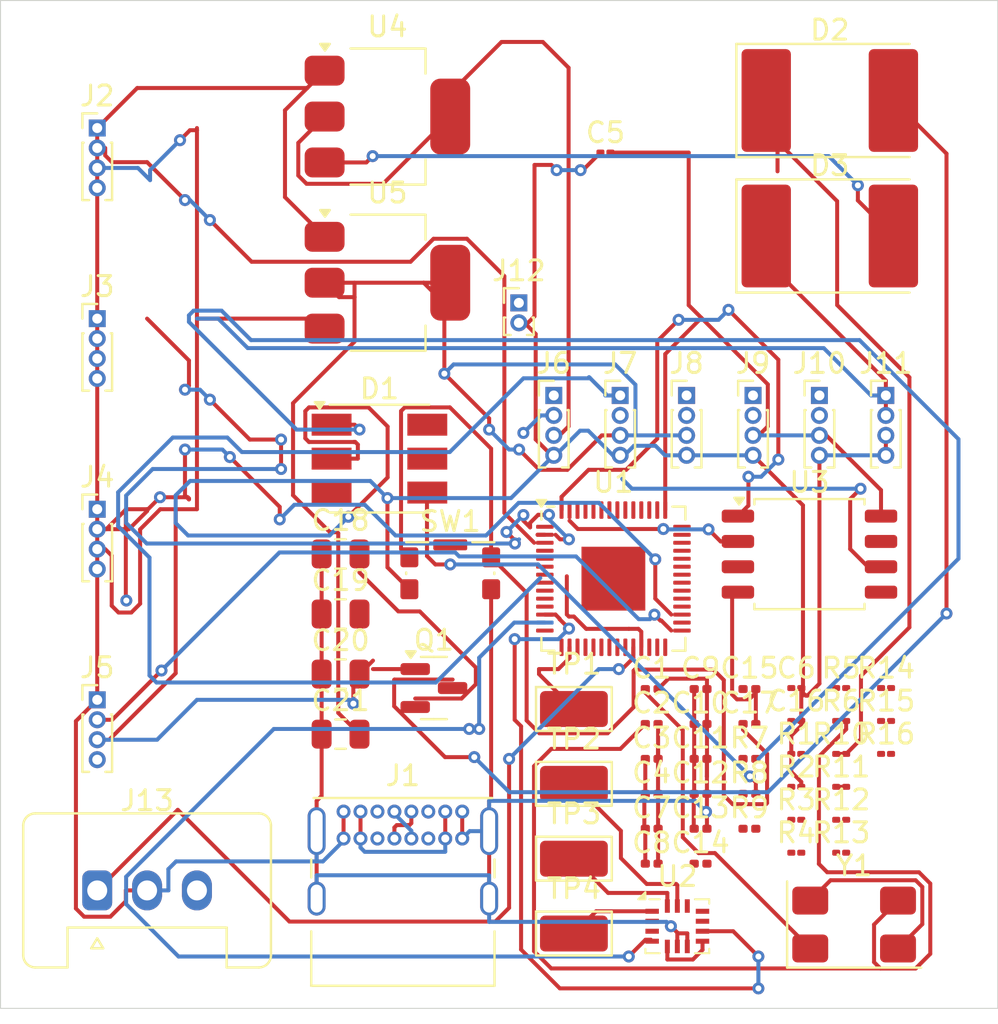
<source format=kicad_pcb>
(kicad_pcb (version 20241229) (generator "pcbnew") (generator_version "9.0")
  (layers (0 "F.Cu" signal) (2 "B.Cu" signal) (13 "F.Paste" user) (15 "B.Paste" user) (5 "F.SilkS" user "F.Silkscreen") (7 "B.SilkS" user "B.Silkscreen") (1 "F.Mask" user) (3 "B.Mask" user) (25 "Edge.Cuts" user))
  (net 0 "")
  (net 1 "GND")
  (net 2 "Net-(U1-XIN)")
  (net 3 "Net-(C2-Pad1)")
  (net 4 "+3.3V")
  (net 5 "+1V1")
  (net 6 "USB_BOOT")
  (net 7 "Net-(D3A-K)")
  (net 8 "VBAT")
  (net 9 "+5V")
  (net 10 "Net-(D1-GK)")
  (net 11 "Net-(D1-RK)")
  (net 12 "Net-(D1-BK)")
  (net 13 "VBUS")
  (net 14 "Net-(D2A-K)")
  (net 15 "USB-")
  (net 16 "Net-(J1-CC2)")
  (net 17 "USB+")
  (net 18 "Net-(J1-CC1)")
  (net 19 "M1")
  (net 20 "M2")
  (net 21 "M3")
  (net 22 "M4")
  (net 23 "SCL1")
  (net 24 "SDA1")
  (net 25 "TX1")
  (net 26 "RX1")
  (net 27 "PIO_TX2")
  (net 28 "PIO_RX2")
  (net 29 "GPIO22")
  (net 30 "GPIO23")
  (net 31 "GPIO24")
  (net 32 "GPIO25")
  (net 33 "RESET")
  (net 34 "SWCLK")
  (net 35 "SWD")
  (net 36 "Net-(U1-USB_DM)")
  (net 37 "Net-(U1-USB_DP)")
  (net 38 "Net-(U1-XOUT)")
  (net 39 "BLUE")
  (net 40 "RED")
  (net 41 "GREEN")
  (net 42 "Q_SS")
  (net 44 "CSB")
  (net 45 "SCK")
  (net 46 "SDI")
  (net 47 "SDO")
  (net 49 "Q_SDO")
  (net 51 "Q_SD1")
  (net 52 "Q_SCLK")
  (net 53 "IMU_1")
  (net 54 "Q_SD3")
  (net 57 "IMU_2")
  (net 59 "Q_SD2")
  (footprint "Capacitor_SMD:C_0201_0603Metric" (layer "F.Cu") (at 718.15 226)
    (property "Reference" "C1")
    (property "Value" "100nF")
  )
  (footprint "Package_DFN_QFN:QFN-56-1EP_7x7mm_P0.4mm_EP3.2x3.2mm" (layer "F.Cu") (at 716.23 220.47)
    (property "Reference" "U1")
    (property "Value" "RP2040")
  )
  (footprint "Capacitor_SMD:C_01005_0402Metric" (layer "F.Cu") (at 715.83 199.12)
    (property "Reference" "C5")
    (property "Value" "100nF")
  )
  (footprint "Capacitor_SMD:C_01005_0402Metric" (layer "F.Cu") (at 725.4 225.95)
    (property "Reference" "C6")
    (property "Value" "1uF")
  )
  (footprint "Resistor_SMD:R_01005_0402Metric" (layer "F.Cu") (at 727.65 225.95)
    (property "Reference" "R5")
    (property "Value" "27.4R")
  )
  (footprint "Connector_PinHeader_1.00mm:PinHeader_1x04_P1.00mm_Vertical" (layer "F.Cu") (at 690.35 207.44)
    (property "Reference" "J3")
    (property "Value" "~")
  )
  (footprint "Resistor_SMD:R_01005_0402Metric" (layer "F.Cu") (at 725.4 230.9)
    (property "Reference" "R2")
    (property "Value" "5.11K")
  )
  (footprint "Capacitor_SMD:C_0201_0603Metric" (layer "F.Cu") (at 723.05 227.75)
    (property "Reference" "C17")
    (property "Value" "100nF")
  )
  (footprint "Capacitor_SMD:C_01005_0402Metric" (layer "F.Cu") (at 725.4 227.6)
    (property "Reference" "C16")
    (property "Value" "1uF")
  )
  (footprint "Diode_SMD:D_3220_8050Metric" (layer "F.Cu") (at 727.08 203.3)
    (property "Reference" "D3")
    (property "Value" "D_Schottky_Dual_CommonAnode_AKK_Split" (hide yes))
  )
  (footprint "Resistor_SMD:R_01005_0402Metric" (layer "F.Cu") (at 725.4 229.25)
    (property "Reference" "R1")
    (property "Value" "5.11K")
  )
  (footprint "Connector_PinHeader_1.00mm:PinHeader_1x04_P1.00mm_Vertical" (layer "F.Cu") (at 690.35 226.54)
    (property "Reference" "J5")
    (property "Value" "~")
  )
  (footprint "Connector_Stocko:Stocko_MKS_1653-6-0-303_1x3_P2.50mm_Vertical" (layer "F.Cu") (at 690.35 236.09)
    (property "Reference" "J13")
    (property "Value" "~")
  )
  (footprint "Resistor_SMD:R_01005_0402Metric" (layer "F.Cu") (at 727.65 232.55)
    (property "Reference" "R12")
    (property "Value" "20K")
  )
  (footprint "Connector_USB:USB_C_Receptacle_GCT_USB4085" (layer "F.Cu") (at 702.7 232.14)
    (property "Reference" "J1")
    (property "Value" "USB_C_Receptacle_USB2.0_14P" (hide yes))
  )
  (footprint "Package_TO_SOT_SMD:SOT-223-3_TabPin2" (layer "F.Cu") (at 704.9 205.64)
    (property "Reference" "U5")
    (property "Value" "AMS1117")
  )
  (footprint "Resistor_SMD:R_01005_0402Metric" (layer "F.Cu") (at 727.65 234.2)
    (property "Reference" "R13")
    (property "Value" "5.6K")
  )
  (footprint "Connector_PinHeader_1.00mm:PinHeader_1x04_P1.00mm_Vertical" (layer "F.Cu") (at 690.35 216.99)
    (property "Reference" "J4")
    (property "Value" "~")
  )
  (footprint "Connector_PinHeader_1.00mm:PinHeader_1x04_P1.00mm_Vertical" (layer "F.Cu") (at 726.56 211.29)
    (property "Reference" "J10")
    (property "Value" "Conn_01x04_Pin" (hide yes))
  )
  (footprint "Capacitor_SMD:C_0201_0603Metric" (layer "F.Cu") (at 720.6 234.75)
    (property "Reference" "C14")
    (property "Value" "100nF")
  )
  (footprint "Package_LGA:Bosch_LGA-14_3x2.5mm_P0.5mm" (layer "F.Cu") (at 719.435 237.885)
    (property "Reference" "U2")
    (property "Value" "BMI160")
  )
  (footprint "Resistor_SMD:R_01005_0402Metric" (layer "F.Cu") (at 725.4 232.55)
    (property "Reference" "R3")
    (property "Value" "10K")
  )
  (footprint "Connector_PinHeader_1.00mm:PinHeader_1x04_P1.00mm_Vertical" (layer "F.Cu") (at 723.23 211.29)
    (property "Reference" "J9")
    (property "Value" "Conn_01x04_Pin" (hide yes))
  )
  (footprint "Capacitor_SMD:C_0201_0603Metric" (layer "F.Cu") (at 718.15 233)
    (property "Reference" "C7")
    (property "Value" "100nF")
  )
  (footprint "Package_SO:SOIC-8_5.3x5.3mm_P1.27mm" (layer "F.Cu") (at 726.06 219.24)
    (property "Reference" "U3")
    (property "Value" "W25Q128JVS" (hide yes))
  )
  (footprint "Crystal:Crystal_SMD_0603-4Pin_6.0x3.5mm" (layer "F.Cu") (at 728.3 237.8)
    (property "Reference" "Y1")
    (property "Value" "Crystal_GND24")
  )
  (footprint "Resistor_SMD:R_01005_0402Metric" (layer "F.Cu") (at 729.9 229.25)
    (property "Reference" "R16")
    (property "Value" "10K")
  )
  (footprint "Resistor_SMD:R_0201_0603Metric" (layer "F.Cu") (at 723.05 233)
    (property "Reference" "R9")
    (property "Value" "330R")
  )
  (footprint "TestPoint:TestPoint_Keystone_5015_Micro_Mini" (layer "F.Cu") (at 714.25 227)
    (property "Reference" "TP1")
    (property "Value" "TestPoint")
  )
  (footprint "Capacitor_SMD:C_0201_0603Metric" (layer "F.Cu") (at 723.05 226)
    (property "Reference" "C15")
    (property "Value" "100nF")
  )
  (footprint "Capacitor_SMD:C_0805_2012Metric" (layer "F.Cu") (at 702.55 228.26)
    (property "Reference" "C21")
    (property "Value" "10uF")
  )
  (footprint "Resistor_SMD:R_01005_0402Metric" (layer "F.Cu") (at 727.65 227.6)
    (property "Reference" "R6")
    (property "Value" "1K")
  )
  (footprint "Resistor_SMD:R_01005_0402Metric" (layer "F.Cu") (at 729.9 227.6)
    (property "Reference" "R15")
    (property "Value" "1K")
  )
  (footprint "Connector_PinHeader_1.00mm:PinHeader_1x04_P1.00mm_Vertical" (layer "F.Cu") (at 713.24 211.29)
    (property "Reference" "J6")
    (property "Value" "Conn_01x04_Pin" (hide yes))
  )
  (footprint "Connector_PinHeader_1.00mm:PinHeader_1x04_P1.00mm_Vertical" (layer "F.Cu") (at 729.89 211.29)
    (property "Reference" "J11")
    (property "Value" "Conn_01x04_Pin" (hide yes))
  )
  (footprint "Connector_PinHeader_1.00mm:PinHeader_1x04_P1.00mm_Vertical" (layer "F.Cu") (at 690.35 197.89)
    (property "Reference" "J2")
    (property "Value" "~")
  )
  (footprint "TestPoint:TestPoint_Keystone_5015_Micro_Mini" (layer "F.Cu") (at 714.25 230.75)
    (property "Reference" "TP2")
    (property "Value" "TestPoint")
  )
  (footprint "Resistor_SMD:R_01005_0402Metric" (layer "F.Cu") (at 729.9 225.95)
    (property "Reference" "R14")
    (property "Value" "10K")
  )
  (footprint "Capacitor_SMD:C_0805_2012Metric" (layer "F.Cu") (at 702.55 225.25)
    (property "Reference" "C20")
    (property "Value" "10uF")
  )
  (footprint "Connector_PinHeader_1.00mm:PinHeader_1x04_P1.00mm_Vertical" (layer "F.Cu") (at 719.9 211.29)
    (property "Reference" "J8")
    (property "Value" "Conn_01x04_Pin" (hide yes))
  )
  (footprint "Capacitor_SMD:C_0201_0603Metric" (layer "F.Cu") (at 720.6 229.5)
    (property "Reference" "C11")
    (property "Value" "100nF")
  )
  (footprint "Resistor_SMD:R_0201_0603Metric" (layer "F.Cu") (at 723.05 229.5)
    (property "Reference" "R7")
    (property "Value" "330R")
  )
  (footprint "Capacitor_SMD:C_0201_0603Metric" (layer "F.Cu") (at 718.15 229.5)
    (property "Reference" "C3")
    (property "Value" "100nF")
  )
  (footprint "Capacitor_SMD:C_0805_2012Metric" (layer "F.Cu") (at 702.55 219.23)
    (property "Reference" "C18")
    (property "Value" "10uF")
  )
  (footprint "Resistor_SMD:R_01005_0402Metric" (layer "F.Cu") (at 725.4 234.2)
    (property "Reference" "R4")
    (property "Value" "27.4R")
  )
  (footprint "Button_Switch_SMD:SW_SPST_CK_KMS2xxGP" (layer "F.Cu") (at 708.05 220.2)
    (property "Reference" "SW1")
    (property "Value" "CK_KMS2xxGP" (hide yes))
  )
  (footprint "Diode_SMD:D_3220_8050Metric" (layer "F.Cu") (at 727.08 196.51)
    (property "Reference" "D2")
    (property "Value" "D_Schottky_Dual_CommonAnode_AKK_Split" (hide yes))
  )
  (footprint "Capacitor_SMD:C_0201_0603Metric" (layer "F.Cu") (at 720.6 233)
    (property "Reference" "C13")
    (property "Value" "100nF")
  )
  (footprint "Package_TO_SOT_SMD:SOT-23" (layer "F.Cu") (at 707.23 225.95)
    (property "Reference" "Q1")
    (property "Value" "Q_PMOS_GSD" (hide yes))
  )
  (footprint "LED_SMD:LED_RGB_5050-6" (layer "F.Cu") (at 704.5 214.455)
    (property "Reference" "D1")
    (property "Value" "LED_BARG")
  )
  (footprint "Resistor_SMD:R_0201_0603Metric" (layer "F.Cu") (at 723.05 231.25)
    (property "Reference" "R8")
    (property "Value" "330R")
  )
  (footprint "Capacitor_SMD:C_0201_0603Metric" (layer "F.Cu") (at 718.15 227.75)
    (property "Reference" "C2")
    (property "Value" "100nF")
  )
  (footprint "Capacitor_SMD:C_0201_0603Metric" (layer "F.Cu") (at 720.6 227.75)
    (property "Reference" "C10")
    (property "Value" "100nF")
  )
  (footprint "Connector_PinHeader_1.00mm:PinHeader_1x04_P1.00mm_Vertical" (layer "F.Cu") (at 716.57 211.29)
    (property "Reference" "J7")
    (property "Value" "Conn_01x04_Pin" (hide yes))
  )
  (footprint "TestPoint:TestPoint_Keystone_5015_Micro_Mini" (layer "F.Cu") (at 714.25 238.25)
    (property "Reference" "TP4")
    (property "Value" "TestPoint" (hide yes))
  )
  (footprint "Capacitor_SMD:C_0201_0603Metric" (layer "F.Cu") (at 720.6 226)
    (property "Reference" "C9")
    (property "Value" "100nF")
  )
  (footprint "Capacitor_SMD:C_0201_0603Metric" (layer "F.Cu") (at 718.15 234.75)
    (property "Reference" "C8")
    (property "Value" "100nF")
  )
  (footprint "Connector_PinHeader_1.00mm:PinHeader_1x02_P1.00mm_Vertical" (layer "F.Cu") (at 711.49 206.65)
    (property "Reference" "J12")
    (property "Value" "Conn_01x02_Pin")
  )
  (footprint "Capacitor_SMD:C_0805_2012Metric" (layer "F.Cu") (at 702.55 222.24)
    (property "Reference" "C19")
    (property "Value" "10uF")
  )
  (footprint "Resistor_SMD:R_01005_0402Metric" (layer "F.Cu") (at 727.65 230.9)
    (property "Reference" "R11")
    (property "Value" "10K")
  )
  (footprint "Capacitor_SMD:C_0201_0603Metric" (layer "F.Cu") (at 718.15 231.25)
    (property "Reference" "C4")
    (property "Value" "10nF")
  )
  (footprint "Capacitor_SMD:C_0201_0603Metric" (layer "F.Cu") (at 720.6 231.25)
    (property "Reference" "C12")
    (property "Value" "100nF")
  )
  (footprint "Resistor_SMD:R_01005_0402Metric" (layer "F.Cu") (at 727.65 229.25)
    (property "Reference" "R10")
    (property "Value" "10K")
  )
  (footprint "Package_TO_SOT_SMD:SOT-223-3_TabPin2" (layer "F.Cu") (at 704.9 197.315)
    (property "Reference" "U4")
    (property "Value" "AMS1117")
  )
  (footprint "TestPoint:TestPoint_Keystone_5015_Micro_Mini" (layer "F.Cu") (at 714.25 234.5)
    (property "Reference" "TP3")
    (property "Value" "TestPoint")
  )
  (gr_rect (start 685.5 191.5) (end 735.5 242) (stroke (width 0.05)) (fill no) (layer "Edge.Cuts"))
  (segment (start 727.118 235.582) (end 726.1 236.6) (width 0.2) (layer "F.Cu") (net 1))
  (segment (start 704.909 215.398) (end 704.909 212.845) (width 0.2) (layer "F.Cu") (net 1))
  (segment (start 713.129 214.29) (end 712.333 213.494) (width 0.2) (layer "F.Cu") (net 1))
  (segment (start 712.274 199.739) (end 712.274 207.323) (width 0.2) (layer "F.Cu") (net 1))
  (segment (start 720.863 225.48) (end 720.92 225.537) (width 0.2) (layer "F.Cu") (net 1))
  (segment (start 720.92 227.75) (end 720.92 226) (width 0.2) (layer "F.Cu") (net 1))
  (segment (start 699.764 197.001) (end 700.88 195.885) (width 0.2) (layer "F.Cu") (net 1))
  (segment (start 731.718 235.915) (end 731.385 235.582) (width 0.2) (layer "F.Cu") (net 1))
  (segment (start 713.122 199.739) (end 713.383 200) (width 0.2) (layer "F.Cu") (net 1))
  (segment (start 700.783 213.437) (end 700.968 213.622) (width 0.2) (layer "F.Cu") (net 1))
  (segment (start 725.735 216.795) (end 723.23 214.29) (width 0.2) (layer "F.Cu") (net 1))
  (segment (start 701.75 203.34) (end 699.764 201.354) (width 0.2) (layer "F.Cu") (net 1))
  (segment (start 720.92 230.375) (end 720.922 230.373) (width 0.2) (layer "F.Cu") (net 1))
  (segment (start 703.233 213.621) (end 703.289 213.621) (width 0.2) (layer "F.Cu") (net 1))
  (segment (start 701.35 233.12) (end 701.35 231.603) (width 0.2) (layer "F.Cu") (net 1))
  (segment (start 692.85 236.09) (end 691.783 236.09) (width 0.2) (layer "F.Cu") (net 1))
  (segment (start 731.385 235.582) (end 727.118 235.582) (width 0.2) (layer "F.Cu") (net 1))
  (segment (start 722.183 226.274) (end 722.426 226.517) (width 0.2) (layer "F.Cu") (net 1))
  (segment (start 710.1 231.503) (end 710.1 221) (width 0.2) (layer "F.Cu") (net 1))
  (segment (start 725.735 226.031) (end 725.75 226.016) (width 0.2) (layer "F.Cu") (net 1))
  (segment (start 710 233.12) (end 710 236.5) (width 0.2) (layer "F.Cu") (net 1))
  (segment (start 720.92 230.375) (end 720.92 231.25) (width 0.2) (layer "F.Cu") (net 1))
  (segment (start 722.183 221.435) (end 722.183 226.274) (width 0.2) (layer "F.Cu") (net 1))
  (segment (start 703.952 211.888) (end 700.968 211.888) (width 0.2) (layer "F.Cu") (net 1))
  (segment (start 712.274 199.739) (end 713.122 199.739) (width 0.2) (layer "F.Cu") (net 1))
  (segment (start 725.79 226.28) (end 725.754 226.316) (width 0.2) (layer "F.Cu") (net 1))
  (segment (start 719.435 238.205) (end 719.114 237.884) (width 0.2) (layer "F.Cu") (net 1))
  (segment (start 725.96 226.329) (end 725.88 226.329) (width 0.2) (layer "F.Cu") (net 1))
  (segment (start 730.5 239) (end 731.718 237.782) (width 0.2) (layer "F.Cu") (net 1))
  (segment (start 690.35 197.89) (end 690.35 207.44) (width 0.2) (layer "F.Cu") (net 1))
  (segment (start 720.92 233) (end 720.92 232.199) (width 0.2) (layer "F.Cu") (net 1))
  (segment (start 726.56 225.729) (end 725.96 226.329) (width 0.2) (layer "F.Cu") (net 1))
  (segment (start 700.88 195.885) (end 692.355 195.885) (width 0.2) (layer "F.Cu") (net 1))
  (segment (start 710 233.12) (end 710 231.603) (width 0.2) (layer "F.Cu") (net 1))
  (segment (start 710 231.603) (end 710.1 231.503) (width 0.2) (layer "F.Cu") (net 1))
  (segment (start 718.47 233) (end 718.47 234.75) (width 0.2) (layer "F.Cu") (net 1))
  (segment (start 718.468 231.248) (end 718.47 231.25) (width 0.2) (layer "F.Cu") (net 1))
  (segment (start 725.75 226.016) (end 725.75 225.884) (width 0.2) (layer "F.Cu") (net 1))
  (segment (start 704.901 219.901) (end 706 221) (width 0.2) (layer "F.Cu") (net 1))
  (segment (start 729.89 214.29) (end 729.89 213.29) (width 0.2) (layer "F.Cu") (net 1))
  (segment (start 689.282 236.996) (end 689.282 227.608) (width 0.2) (layer "F.Cu") (net 1))
  (segment (start 718.47 228.865) (end 718.468 228.865) (width 0.2) (layer "F.Cu") (net 1))
  (segment (start 723.37 226) (end 723.37 227.75) (width 0.2) (layer "F.Cu") (net 1))
  (segment (start 691.783 236.631) (end 691.006 237.408) (width 0.2) (layer "F.Cu") (net 1))
  (segment (start 719.435 238.897) (end 719.435 238.242) (width 0.2) (layer "F.Cu") (net 1))
  (segment (start 725.15 230.15) (end 725.15 229.25) (width 0.2) (layer "F.Cu") (net 1))
  (segment (start 725.735 226.301) (end 725.735 226.031) (width 0.2) (layer "F.Cu") (net 1))
  (segment (start 720.922 230.373) (end 720.922 227.752) (width 0.2) (layer "F.Cu") (net 1))
  (segment (start 701.6 231.353) (end 701.6 228.26) (width 0.2) (layer "F.Cu") (net 1))
  (segment (start 703.232 213.622) (end 703.233 213.621) (width 0.2) (layer "F.Cu") (net 1))
  (segment (start 701.35 233.12) (end 701.35 236.5) (width 0.2) (layer "F.Cu") (net 1))
  (segment (start 726.56 214.29) (end 726.56 225.729) (width 0.2) (layer "F.Cu") (net 1))
  (segment (start 720.92 232.109) (end 720.875 232.154) (width 0.2) (layer "F.Cu") (net 1))
  (segment (start 703.289 213.621) (end 703.417 213.749) (width 0.2) (layer "F.Cu") (net 1))
  (segment (start 725.65 227.833824) (end 725.65 227.6) (width 0.2) (layer "F.Cu") (net 1))
  (segment (start 725.75 226.316) (end 725.735 226.301) (width 0.2) (layer "F.Cu") (net 1))
  (segment (start 704.901 216.432) (end 704.901 219.901) (width 0.2) (layer "F.Cu") (net 1))
  (segment (start 708.65 232.14) (end 708.65 233.49) (width 0.2) (layer "F.Cu") (net 1))
  (segment (start 723.034 226.517) (end 723.37 226.181) (width 0.2) (layer "F.Cu") (net 1))
  (segment (start 712.333 213.494) (end 712.333 208.21) (width 0.2) (layer "F.Cu") (net 1))
  (segment (start 690.35 207.44) (end 690.35 216.99) (width 0.2) (layer "F.Cu") (net 1))
  (segment (start 720.92 231.25) (end 720.92 232.109) (width 0.2) (layer "F.Cu") (net 1))
  (segment (start 689.694 237.408) (end 689.282 236.996) (width 0.2) (layer "F.Cu") (net 1))
  (segment (start 725.15 229.25) (end 725.15 228.333824) (width 0.2) (layer "F.Cu") (net 1))
  (segment (start 720.92 225.537) (end 720.92 226) (width 0.2) (layer "F.Cu") (net 1))
  (segment (start 722.473 221.145) (end 722.183 221.435) (width 0.2) (layer "F.Cu") (net 1))
  (segment (start 711.86 207.737) (end 711.577 207.737) (width 0.2) (layer "F.Cu") (net 1))
  (segment (start 692.355 195.885) (end 690.35 197.89) (width 0.2) (layer "F.Cu") (net 1))
  (segment (start 725.65 230.65) (end 725.15 230.15) (width 0.2) (layer "F.Cu") (net 1))
  (segment (start 718.47 228.865) (end 718.47 227.75) (width 0.2) (layer "F.Cu") (net 1))
  (segment (start 725.15 228.333824) (end 725.65 227.833824) (width 0.2) (layer "F.Cu") (net 1))
  (segment (start 700.783 212.073) (end 700.783 213.437) (width 0.2) (layer "F.Cu") (net 1))
  (segment (start 720.92 229.5) (end 720.92 230.375) (width 0.2) (layer "F.Cu") (net 1))
  (segment (start 691.006 237.408) (end 689.694 237.408) (width 0.2) (layer "F.Cu") (net 1))
  (segment (start 725.65 230.9) (end 725.65 230.65) (width 0.2) (layer "F.Cu") (net 1))
  (segment (start 719.935 238.242) (end 719.935 238.897) (width 0.2) (layer "F.Cu") (net 1))
  (segment (start 725.75 225.884) (end 725.735 225.869) (width 0.2) (layer "F.Cu") (net 1))
  (segment (start 718.468 228.865) (end 718.468 231.248) (width 0.2) (layer "F.Cu") (net 1))
  (segment (start 700.88 195.885) (end 701.75 195.015) (width 0.2) (layer "F.Cu") (net 1))
  (segment (start 723.37 226.181) (end 723.37 226) (width 0.2) (layer "F.Cu") (net 1))
  (segment (start 725.754 226.316) (end 725.75 226.316) (width 0.2) (layer "F.Cu") (net 1))
  (segment (start 701.35 231.603) (end 701.6 231.353) (width 0.2) (layer "F.Cu") (net 1))
  (segment (start 700.968 213.622) (end 703.232 213.622) (width 0.2) (layer "F.Cu") (net 1))
  (segment (start 711.577 207.737) (end 711.49 207.65) (width 0.2) (layer "F.Cu") (net 1))
  (segment (start 689.282 227.608) (end 690.35 226.54) (width 0.2) (layer "F.Cu") (net 1))
  (segment (start 725.88 226.329) (end 725.83 226.279) (width 0.2) (layer "F.Cu") (net 1))
  (segment (start 700.968 211.888) (end 700.783 212.073) (width 0.2) (layer "F.Cu") (net 1))
  (segment (start 702.7 232.14) (end 702.7 233.49) (width 0.2) (layer "F.Cu") (net 1))
  (segment (start 719.435 238.242) (end 719.435 238.205) (width 0.2) (layer "F.Cu") (net 1))
  (segment (start 701.6 228.26) (end 701.6 225.25) (width 0.2) (layer "F.Cu") (net 1))
  (segment (start 718.47 226) (end 718.99 225.48) (width 0.2) (layer "F.Cu") (net 1))
  (segment (start 703.417 213.749) (end 703.417 214.455) (width 0.2) (layer "F.Cu") (net 1))
  (segment (start 701.6 222.24) (end 701.6 225.25) (width 0.2) (layer "F.Cu") (net 1))
  (segment (start 720.922 227.752) (end 720.92 227.75) (width 0.2) (layer "F.Cu") (net 1))
  (segment (start 691.783 236.09) (end 691.783 236.631) (width 0.2) (layer "F.Cu") (net 1))
  (segment (start 704.909 212.845) (end 703.952 211.888) (width 0.2) (layer "F.Cu") (net 1))
  (segment (start 703.417 214.455) (end 702.1 214.455) (width 0.2) (layer "F.Cu") (net 1))
  (segment (start 712.274 207.323) (end 711.86 207.737) (width 0.2) (layer "F.Cu") (net 1))
  (segment (start 701.6 219.23) (end 701.6 222.24) (width 0.2) (layer "F.Cu") (net 1))
  (segment (start 714.7 200) (end 715.58 199.12) (width 0.2) (layer "F.Cu") (net 1))
  (segment (start 690.35 216.99) (end 690.35 226.54) (width 0.2) (layer "F.Cu") (net 1))
  (segment (start 720.92 232.199) (end 720.875 232.154) (width 0.2) (layer "F.Cu") (net 1))
  (segment (start 699.764 201.354) (end 699.764 197.001) (width 0.2) (layer "F.Cu") (net 1))
  (segment (start 702.94 217.367) (end 704.909 215.398) (width 0.2) (layer "F.Cu") (net 1))
  (segment (start 718.47 229.5) (end 718.47 228.865) (width 0.2) (layer "F.Cu") (net 1))
  (segment (start 731.718 237.782) (end 731.718 235.915) (width 0.2) (layer "F.Cu") (net 1))
  (segment (start 725.83 226.279) (end 725.79 226.279) (width 0.2) (layer "F.Cu") (net 1))
  (segment (start 725.735 225.869) (end 725.735 216.795) (width 0.2) (layer "F.Cu") (net 1))
  (segment (start 718.47 231.25) (end 718.47 233) (width 0.2) (layer "F.Cu") (net 1))
  (segment (start 725.65 227.833824) (end 725.65 225.95) (width 0.2) (layer "F.Cu") (net 1))
  (segment (start 714.583 200) (end 714.7 200) (width 0.2) (layer "F.Cu") (net 1))
  (segment (start 725.79 226.279) (end 725.79 226.28) (width 0.2) (layer "F.Cu") (net 1))
  (segment (start 713.24 214.29) (end 713.129 214.29) (width 0.2) (layer "F.Cu") (net 1))
  (segment (start 712.333 208.21) (end 711.86 207.737) (width 0.2) (layer "F.Cu") (net 1))
  (segment (start 722.426 226.517) (end 723.034 226.517) (width 0.2) (layer "F.Cu") (net 1))
  (segment (start 719.435 238.242) (end 719.935 238.242) (width 0.2) (layer "F.Cu") (net 1))
  (segment (start 718.99 225.48) (end 720.863 225.48) (width 0.2) (layer "F.Cu") (net 1))
  (via (at 713.383 200) (size 0.6) (drill 0.3) (layers "F.Cu" "B.Cu") (net 1))
  (via (at 719.114 237.884) (size 0.6) (drill 0.3) (layers "F.Cu" "B.Cu") (net 1))
  (via (at 704.901 216.432) (size 0.6) (drill 0.3) (layers "F.Cu" "B.Cu") (net 1))
  (via (at 714.583 200) (size 0.6) (drill 0.3) (layers "F.Cu" "B.Cu") (net 1))
  (via (at 702.94 217.367) (size 0.6) (drill 0.3) (layers "F.Cu" "B.Cu") (net 1))
  (via (at 720.875 232.154) (size 0.6) (drill 0.3) (layers "F.Cu" "B.Cu") (net 1))
  (segment (start 716.205 214.29) (end 714.97 213.055) (width 0.2) (layer "B.Cu") (net 1))
  (segment (start 710 233.12) (end 709.02 233.12) (width 0.2) (layer "B.Cu") (net 1))
  (segment (start 716.57 214.29) (end 716.205 214.29) (width 0.2) (layer "B.Cu") (net 1))
  (segment (start 704.901 216.432) (end 711.098 216.432) (width 0.2) (layer "B.Cu") (net 1))
  (segment (start 714.558 213.055) (end 713.323 214.29) (width 0.2) (layer "B.Cu") (net 1))
  (segment (start 692.85 236.09) (end 693.917 236.09) (width 0.2) (layer "B.Cu") (net 1))
  (segment (start 702.94 217.367) (end 702 218.307) (width 0.2) (layer "B.Cu") (net 1))
  (segment (start 694.283 216.297) (end 695.005 215.575) (width 0.2) (layer "B.Cu") (net 1))
  (segment (start 719.114 237.884) (end 718.897 237.667) (width 0.2) (layer "B.Cu") (net 1))
  (segment (start 726.56 214.29) (end 729.89 214.29) (width 0.2) (layer "B.Cu") (net 1))
  (segment (start 695.005 215.575) (end 704.044 215.575) (width 0.2) (layer "B.Cu") (net 1))
  (segment (start 714.97 213.055) (end 714.558 213.055) (width 0.2) (layer "B.Cu") (net 1))
  (segment (start 718.817 214.29) (end 718.338 213.811) (width 0.2) (layer "B.Cu") (net 1))
  (segment (start 701.35 235.333) (end 710 235.333) (width 0.2) (layer "B.Cu") (net 1))
  (segment (start 720.325 231.603) (end 710 231.603) (width 0.2) (layer "B.Cu") (net 1))
  (segment (start 710 235.333) (end 710 236.5) (width 0.2) (layer "B.Cu") (net 1))
  (segment (start 718.897 237.667) (end 710 237.667) (width 0.2) (layer "B.Cu") (net 1))
  (segment (start 704.044 215.575) (end 704.901 216.432) (width 0.2) (layer "B.Cu") (net 1))
  (segment (start 716.781 214.29) (end 716.57 214.29) (width 0.2) (layer "B.Cu") (net 1))
  (segment (start 702 218.307) (end 694.907 218.307) (width 0.2) (layer "B.Cu") (net 1))
  (segment (start 718.338 213.811) (end 717.26 213.811) (width 0.2) (layer "B.Cu") (net 1))
  (segment (start 713.383 200) (end 714.583 200) (width 0.2) (layer "B.Cu") (net 1))
  (segment (start 702.7 233.604) (end 702.7 233.49) (width 0.2) (layer "B.Cu") (net 1))
  (segment (start 713.323 214.29) (end 713.24 214.29) (width 0.2) (layer "B.Cu") (net 1))
  (segment (start 717.26 213.811) (end 716.781 214.29) (width 0.2) (layer "B.Cu") (net 1))
  (segment (start 694.907 218.307) (end 694.283 217.683) (width 0.2) (layer "B.Cu") (net 1))
  (segment (start 719.9 214.29) (end 718.817 214.29) (width 0.2) (layer "B.Cu") (net 1))
  (segment (start 720.875 232.154) (end 720.325 231.604) (width 0.2) (layer "B.Cu") (net 1))
  (segment (start 720.325 231.604) (end 720.325 231.603) (width 0.2) (layer "B.Cu") (net 1))
  (segment (start 693.917 236.09) (end 693.917 235.023) (width 0.2) (layer "B.Cu") (net 1))
  (segment (start 693.917 235.023) (end 694.303 234.637) (width 0.2) (layer "B.Cu") (net 1))
  (segment (start 711.098 216.432) (end 713.24 214.29) (width 0.2) (layer "B.Cu") (net 1))
  (segment (start 709.02 233.12) (end 708.65 233.49) (width 0.2) (layer "B.Cu") (net 1))
  (segment (start 701.35 236.5) (end 701.35 235.333) (width 0.2) (layer "B.Cu") (net 1))
  (segment (start 710 231.603) (end 710 233.12) (width 0.2) (layer "B.Cu") (net 1))
  (segment (start 694.303 234.637) (end 701.35 234.637) (width 0.2) (layer "B.Cu") (net 1))
  (segment (start 719.9 214.29) (end 723.23 214.29) (width 0.2) (layer "B.Cu") (net 1))
  (segment (start 701.35 233.12) (end 701.35 234.637) (width 0.2) (layer "B.Cu") (net 1))
  (segment (start 710 237.667) (end 710 236.5) (width 0.2) (layer "B.Cu") (net 1))
  (segment (start 694.283 217.683) (end 694.283 216.297) (width 0.2) (layer "B.Cu") (net 1))
  (segment (start 701.667 234.637) (end 702.7 233.604) (width 0.2) (layer "B.Cu") (net 1))
  (segment (start 701.35 234.637) (end 701.667 234.637) (width 0.2) (layer "B.Cu") (net 1))
  (segment (start 720.5 234.219) (end 721.319 234.219) (width 0.2) (layer "F.Cu") (net 2))
  (segment (start 721.319 234.219) (end 726.1 239) (width 0.2) (layer "F.Cu") (net 2))
  (segment (start 719.708 228.059) (end 719.708 233.427) (width 0.2) (layer "F.Cu") (net 2))
  (segment (start 719.708 233.427) (end 720.5 234.219) (width 0.2) (layer "F.Cu") (net 2))
  (segment (start 717.83 226) (end 717.83 226.181) (width 0.2) (layer "F.Cu") (net 2))
  (segment (start 717.83 226.181) (end 719.708 228.059) (width 0.2) (layer "F.Cu") (net 2))
  (segment (start 731.38516 240.001) (end 713.11484 240.001) (width 0.2) (layer "F.Cu") (net 3))
  (segment (start 713.11484 228.999) (end 716.581 228.999) (width 0.2) (layer "F.Cu") (net 3))
  (segment (start 727.9 227.6) (end 727.9 228.016176) (width 0.2) (layer "F.Cu") (net 3))
  (segment (start 712.249 229.86484) (end 713.11484 228.999) (width 0.2) (layer "F.Cu") (net 3))
  (segment (start 727.9 228.016176) (end 726.5339 229.382276) (width 0.2) (layer "F.Cu") (net 3))
  (segment (start 712.249 239.13516) (end 712.249 229.86484) (width 0.2) (layer "F.Cu") (net 3))
  (segment (start 731.5511 235.181) (end 732.119 235.7489) (width 0.2) (layer "F.Cu") (net 3))
  (segment (start 730.5 236.6) (end 729.299 237.801) (width 0.2) (layer "F.Cu") (net 3))
  (segment (start 716.581 228.999) (end 717.83 227.75) (width 0.2) (layer "F.Cu") (net 3))
  (segment (start 732.119 239.26716) (end 731.38516 240.001) (width 0.2) (layer "F.Cu") (net 3))
  (segment (start 729.299 237.801) (end 729.299 239.68516) (width 0.2) (layer "F.Cu") (net 3))
  (segment (start 729.61484 240.001) (end 731.38516 240.001) (width 0.2) (layer "F.Cu") (net 3))
  (segment (start 729.299 239.68516) (end 729.61484 240.001) (width 0.2) (layer "F.Cu") (net 3))
  (segment (start 732.119 235.7489) (end 732.119 239.26716) (width 0.2) (layer "F.Cu") (net 3))
  (segment (start 726.5339 229.382276) (end 726.5339 234.763) (width 0.2) (layer "F.Cu") (net 3))
  (segment (start 726.9519 235.181) (end 731.5511 235.181) (width 0.2) (layer "F.Cu") (net 3))
  (segment (start 713.11484 240.001) (end 712.249 239.13516) (width 0.2) (layer "F.Cu") (net 3))
  (segment (start 726.5339 234.763) (end 726.9519 235.181) (width 0.2) (layer "F.Cu") (net 3))
  (segment (start 720.642 207.403) (end 720.005 206.766) (width 0.2) (layer "F.Cu") (net 4))
  (segment (start 720.28 226) (end 720.28 227.75) (width 0.2) (layer "F.Cu") (net 4))
  (segment (start 717.83 229.5) (end 717.83 231.25) (width 0.2) (layer "F.Cu") (net 4))
  (segment (start 713.24 213.29) (end 713.531 213.29) (width 0.2) (layer "F.Cu") (net 4))
  (segment (start 720.28 229.563) (end 720.28 227.75) (width 0.2) (layer "F.Cu") (net 4))
  (segment (start 708.051 197.315) (end 708.05 197.315) (width 0.2) (layer "F.Cu") (net 4))
  (segment (start 713.983 212.838) (end 713.983 194.869) (width 0.2) (layer "F.Cu") (net 4))
  (segment (start 700.432 200.271) (end 700.845 200.684) (width 0.2) (layer "F.Cu") (net 4))
  (segment (start 710.62 193.577) (end 708.051 196.146) (width 0.2) (layer "F.Cu") (net 4))
  (segment (start 723.521 213.29) (end 723.972 212.839) (width 0.2) (layer "F.Cu") (net 4))
  (segment (start 704.681 200.684) (end 708.05 197.315) (width 0.2) (layer "F.Cu") (net 4))
  (segment (start 708.051 196.146) (end 708.051 197.315) (width 0.2) (layer "F.Cu") (net 4))
  (segment (start 701.75 197.315) (end 700.432 198.633) (width 0.2) (layer "F.Cu") (net 4))
  (segment (start 712.691 193.577) (end 710.62 193.577) (width 0.2) (layer "F.Cu") (net 4))
  (segment (start 720.28 231.25) (end 720.258 231.272) (width 0.2) (layer "F.Cu") (net 4))
  (segment (start 723.972 210.733) (end 720.642 207.403) (width 0.2) (layer "F.Cu") (net 4))
  (segment (start 720.642 207.403) (end 718.83 209.215) (width 0.2) (layer "F.Cu") (net 4))
  (segment (start 720.005 199.12) (end 716.08 199.12) (width 0.2) (layer "F.Cu") (net 4))
  (segment (start 717.782 232.952) (end 717.83 233) (width 0.2) (layer "F.Cu") (net 4))
  (segment (start 726.905 213.29) (end 726.56 213.29) (width 0.2) (layer "F.Cu") (net 4))
  (segment (start 723.972 212.839) (end 723.972 210.733) (width 0.2) (layer "F.Cu") (net 4))
  (segment (start 717.782 231.298) (end 717.782 232.952) (width 0.2) (layer "F.Cu") (net 4))
  (segment (start 720.217 239.551) (end 718.935 239.551) (width 0.2) (layer "F.Cu") (net 4))
  (segment (start 713.983 194.869) (end 712.691 193.577) (width 0.2) (layer "F.Cu") (net 4))
  (segment (start 713.531 213.29) (end 713.983 212.838) (width 0.2) (layer "F.Cu") (net 4))
  (segment (start 717.83 231.25) (end 717.782 231.298) (width 0.2) (layer "F.Cu") (net 4))
  (segment (start 723.23 213.29) (end 723.521 213.29) (width 0.2) (layer "F.Cu") (net 4))
  (segment (start 720.698 238.635) (end 720.698 239.07) (width 0.2) (layer "F.Cu") (net 4))
  (segment (start 720.005 206.766) (end 720.005 199.12) (width 0.2) (layer "F.Cu") (net 4))
  (segment (start 718.935 239.551) (end 718.935 238.897) (width 0.2) (layer "F.Cu") (net 4))
  (segment (start 729.648 217.335) (end 729.648 216.033) (width 0.2) (layer "F.Cu") (net 4))
  (segment (start 718.83 209.215) (end 718.83 217.032) (width 0.2) (layer "F.Cu") (net 4))
  (segment (start 729.648 216.033) (end 726.905 213.29) (width 0.2) (layer "F.Cu") (net 4))
  (segment (start 720.258 232.978) (end 720.28 233) (width 0.2) (layer "F.Cu") (net 4))
  (segment (start 720.698 239.07) (end 720.217 239.551) (width 0.2) (layer "F.Cu") (net 4))
  (segment (start 720.28 229.5) (end 720.28 231.25) (width 0.2) (layer "F.Cu") (net 4))
  (segment (start 700.432 198.633) (end 700.432 200.271) (width 0.2) (layer "F.Cu") (net 4))
  (segment (start 717.83 233) (end 717.83 234.75) (width 0.2) (layer "F.Cu") (net 4))
  (segment (start 700.845 200.684) (end 704.681 200.684) (width 0.2) (layer "F.Cu") (net 4))
  (segment (start 720.258 231.272) (end 720.258 232.978) (width 0.2) (layer "F.Cu") (net 4))
  (segment (start 723.23 213.29) (end 726.56 213.29) (width 0.2) (layer "B.Cu") (net 4))
  (segment (start 721.766 225.552) (end 721.766 231.326) (width 0.2) (layer "F.Cu") (net 6))
  (segment (start 705.583 218.983) (end 706 219.4) (width 0.2) (layer "F.Cu") (net 6))
  (segment (start 721.239 225.025) (end 721.766 225.552) (width 0.2) (layer "F.Cu") (net 6))
  (segment (start 723.935 229.242) (end 722.73 228.037) (width 0.2) (layer "F.Cu") (net 6))
  (segment (start 717.243 225.082) (end 717.3 225.025) (width 0.2) (layer "F.Cu") (net 6))
  (segment (start 705.583 212.073) (end 705.583 218.983) (width 0.2) (layer "F.Cu") (net 6))
  (segment (start 712.523 228.219) (end 715.935 228.219) (width 0.2) (layer "F.Cu") (net 6))
  (segment (start 717.243 226.911) (end 717.243 225.082) (width 0.2) (layer "F.Cu") (net 6))
  (segment (start 723.935 231.712) (end 723.935 229.242) (width 0.2) (layer "F.Cu") (net 6))
  (segment (start 715.935 228.219) (end 717.243 226.911) (width 0.2) (layer "F.Cu") (net 6))
  (segment (start 717.3 225.025) (end 721.239 225.025) (width 0.2) (layer "F.Cu") (net 6))
  (segment (start 710.1 213.956) (end 708.032 211.888) (width 0.2) (layer "F.Cu") (net 6))
  (segment (start 710.1 219.4) (end 711.879 221.179) (width 0.2) (layer "F.Cu") (net 6))
  (segment (start 711.879 227.575) (end 712.523 228.219) (width 0.2) (layer "F.Cu") (net 6))
  (segment (start 723.878 231.769) (end 723.935 231.712) (width 0.2) (layer "F.Cu") (net 6))
  (segment (start 710.1 219.4) (end 710.1 213.956) (width 0.2) (layer "F.Cu") (net 6))
  (segment (start 722.73 228.037) (end 722.73 227.75) (width 0.2) (layer "F.Cu") (net 6))
  (segment (start 722.209 231.769) (end 723.878 231.769) (width 0.2) (layer "F.Cu") (net 6))
  (segment (start 721.766 231.326) (end 722.209 231.769) (width 0.2) (layer "F.Cu") (net 6))
  (segment (start 711.879 221.179) (end 711.879 227.575) (width 0.2) (layer "F.Cu") (net 6))
  (segment (start 705.768 211.888) (end 705.583 212.073) (width 0.2) (layer "F.Cu") (net 6))
  (segment (start 708.032 211.888) (end 705.768 211.888) (width 0.2) (layer "F.Cu") (net 6))
  (segment (start 709.333 225.759) (end 708.617 226.475) (width 0.2) (layer "F.Cu") (net 7))
  (segment (start 703.5 219.23) (end 703.5 220.161) (width 0.2) (layer "F.Cu") (net 7))
  (segment (start 709.333 224.922) (end 709.333 225.759) (width 0.2) (layer "F.Cu") (net 7))
  (segment (start 728.488 201.52) (end 730.268 203.3) (width 0.2) (layer "F.Cu") (net 7))
  (segment (start 703.5 220.161) (end 705.45 222.111) (width 0.2) (layer "F.Cu") (net 7))
  (segment (start 703.842 199.615) (end 701.75 199.615) (width 0.2) (layer "F.Cu") (net 7))
  (segment (start 708.617 226.475) (end 706.293 226.475) (width 0.2) (layer "F.Cu") (net 7))
  (segment (start 706.522 222.111) (end 709.333 224.922) (width 0.2) (layer "F.Cu") (net 7))
  (segment (start 728.488 200.76) (end 728.488 201.52) (width 0.2) (layer "F.Cu") (net 7))
  (segment (start 704.159 199.298) (end 703.842 199.615) (width 0.2) (layer "F.Cu") (net 7))
  (segment (start 705.45 222.111) (end 706.522 222.111) (width 0.2) (layer "F.Cu") (net 7))
  (via (at 728.488 200.76) (size 0.6) (drill 0.3) (layers "F.Cu" "B.Cu") (net 7))
  (via (at 704.159 199.298) (size 0.6) (drill 0.3) (layers "F.Cu" "B.Cu") (net 7))
  (segment (start 728.488 200.76) (end 727.026 199.298) (width 0.2) (layer "B.Cu") (net 7))
  (segment (start 727.026 199.298) (end 704.159 199.298) (width 0.2) (layer "B.Cu") (net 7))
  (segment (start 723.893 203.3) (end 723.893 204.551) (width 0.2) (layer "F.Cu") (net 8))
  (segment (start 695 198) (end 694.5 198.5) (width 0.2) (layer "F.Cu") (net 8))
  (segment (start 692.5 221.723943) (end 692.057943 222.166) (width 0.2) (layer "F.Cu") (net 8))
  (segment (start 703.192 226.733) (end 703.192 225.558) (width 0.2) (layer "F.Cu") (net 8))
  (segment (start 727.4 230.9) (end 727.9 230.9) (width 0.2) (layer "F.Cu") (net 8))
  (segment (start 695.35 207.44) (end 701.25 207.44) (width 0.2) (layer "F.Cu") (net 8))
  (segment (start 703.192 226.733) (end 703.192 226.494) (width 0.2) (layer "F.Cu") (net 8))
  (segment (start 723.893 204.551) (end 729.89 210.548) (width 0.2) (layer "F.Cu") (net 8))
  (segment (start 692.5 218) (end 692.5 221.723943) (width 0.2) (layer "F.Cu") (net 8))
  (segment (start 704.175 224.575) (end 703.5 225.25) (width 0.2) (layer "F.Cu") (net 8))
  (segment (start 703.192 226.494) (end 703.192 226.733) (width 0.2) (layer "F.Cu") (net 8))
  (segment (start 691.076 219.315) (end 690.751 218.99) (width 0.2) (layer "F.Cu") (net 8))
  (segment (start 706.293 225) (end 704.175 225) (width 0.2) (layer "F.Cu") (net 8))
  (segment (start 729.89 210.548) (end 729.89 211.29) (width 0.2) (layer "F.Cu") (net 8))
  (segment (start 695.35 207.44) (end 695.35 198) (width 0.2) (layer "F.Cu") (net 8))
  (segment (start 701.25 207.44) (end 701.75 207.94) (width 0.2) (layer "F.Cu") (net 8))
  (segment (start 692.057943 222.166) (end 691.417 222.166) (width 0.2) (layer "F.Cu") (net 8))
  (segment (start 695.35 198) (end 695 198) (width 0.2) (layer "F.Cu") (net 8))
  (segment (start 691.417 222.166) (end 691.076 221.825) (width 0.2) (layer "F.Cu") (net 8))
  (segment (start 703.192 225.558) (end 703.5 225.25) (width 0.2) (layer "F.Cu") (net 8))
  (segment (start 693.51 216.99) (end 692.5 218) (width 0.2) (layer "F.Cu") (net 8))
  (segment (start 695.35 216.99) (end 694.283 216.99) (width 0.2) (layer "F.Cu") (net 8))
  (segment (start 691.076 221.825) (end 691.076 219.315) (width 0.2) (layer "F.Cu") (net 8))
  (segment (start 729.89 212.29) (end 729.89 211.29) (width 0.2) (layer "F.Cu") (net 8))
  (segment (start 695.35 207.44) (end 695.35 216.99) (width 0.2) (layer "F.Cu") (net 8))
  (segment (start 694.283 216.99) (end 694.283 225.20804) (width 0.2) (layer "F.Cu") (net 8))
  (segment (start 690.95104 228.54) (end 690.35 228.54) (width 0.2) (layer "F.Cu") (net 8))
  (segment (start 695.35 198) (end 695.35 197.89) (width 0.2) (layer "F.Cu") (net 8))
  (segment (start 694.283 225.20804) (end 690.95104 228.54) (width 0.2) (layer "F.Cu") (net 8))
  (segment (start 694.283 216.99) (end 693.51 216.99) (width 0.2) (layer "F.Cu") (net 8))
  (via (at 703.192 226.733) (size 0.6) (drill 0.3) (layers "F.Cu" "B.Cu") (net 8))
  (via (at 694.5 198.5) (size 0.6) (drill 0.3) (layers "F.Cu" "B.Cu") (net 8))
  (segment (start 692.39 199.89) (end 690.35 199.89) (width 0.2) (layer "B.Cu") (net 8))
  (segment (start 703.192 226.733) (end 703.192 226.494) (width 0.2) (layer "B.Cu") (net 8))
  (segment (start 697.895 208.918) (end 726.776 208.918) (width 0.2) (layer "B.Cu") (net 8))
  (segment (start 693 200.5) (end 692.39 199.89) (width 0.2) (layer "B.Cu") (net 8))
  (segment (start 696.417 207.44) (end 697.895 208.918) (width 0.2) (layer "B.Cu") (net 8))
  (segment (start 703.192 226.494) (end 703.192 226.733) (width 0.2) (layer "B.Cu") (net 8))
  (segment (start 694.5 198.5) (end 693 200) (width 0.2) (layer "B.Cu") (net 8))
  (segment (start 695.35 207.44) (end 696.417 207.44) (width 0.2) (layer "B.Cu") (net 8))
  (segment (start 726.776 208.918) (end 729.148 211.29) (width 0.2) (layer "B.Cu") (net 8))
  (segment (start 695.35 226.54) (end 702.999 226.54) (width 0.2) (layer "B.Cu") (net 8))
  (segment (start 693.35 228.54) (end 690.35 228.54) (width 0.2) (layer "B.Cu") (net 8))
  (segment (start 702.999 226.54) (end 703.192 226.733) (width 0.2) (layer "B.Cu") (net 8))
  (segment (start 695.35 226.54) (end 693.35 228.54) (width 0.2) (layer "B.Cu") (net 8))
  (segment (start 729.89 211.29) (end 729.148 211.29) (width 0.2) (layer "B.Cu") (net 8))
  (segment (start 693 200) (end 693 200.5) (width 0.2) (layer "B.Cu") (net 8))
  (segment (start 710 213) (end 710 212.442) (width 0.2) (layer "F.Cu") (net 9))
  (segment (start 706.717 205.64) (end 708.05 205.64) (width 0.2) (layer "F.Cu") (net 9))
  (segment (start 703.25 205.64) (end 703.25 206.364) (width 0.2) (layer "F.Cu") (net 9))
  (segment (start 703.25 206.364) (end 703.25 208.594) (width 0.2) (layer "F.Cu") (net 9))
  (segment (start 707.755 206.678) (end 707.755 210.197) (width 0.2) (layer "F.Cu") (net 9))
  (segment (start 706.717 205.64) (end 707.755 206.678) (width 0.2) (layer "F.Cu") (net 9))
  (segment (start 702.436 227.196) (end 703.5 228.26) (width 0.2) (layer "F.Cu") (net 9))
  (segment (start 710 212.442) (end 707.755 210.197) (width 0.2) (layer "F.Cu") (net 9))
  (segment (start 715.2195 213.7195) (end 713.923 215.016) (width 0.2) (layer "F.Cu") (net 9))
  (segment (start 703.25 206.364) (end 702.474 206.364) (width 0.2) (layer "F.Cu") (net 9))
  (segment (start 713.923 215.016) (end 712.516 215.016) (width 0.2) (layer "F.Cu") (net 9))
  (segment (start 702.379 218.141) (end 702.436 218.198) (width 0.2) (layer "F.Cu") (net 9))
  (segment (start 700.168 216.292) (end 702.017 218.141) (width 0.2) (layer "F.Cu") (net 9))
  (segment (start 702.474 206.364) (end 701.75 205.64) (width 0.2) (layer "F.Cu") (net 9))
  (segment (start 702.436 218.198) (end 702.436 227.196) (width 0.2) (layer "F.Cu") (net 9))
  (segment (start 703.25 208.594) (end 700.168 211.676) (width 0.2) (layer "F.Cu") (net 9))
  (segment (start 715.2195 213.7195) (end 715.649 213.29) (width 0.2) (layer "F.Cu") (net 9))
  (segment (start 700.168 211.676) (end 700.168 216.292) (width 0.2) (layer "F.Cu") (net 9))
  (segment (start 715.649 213.29) (end 716.57 213.29) (width 0.2) (layer "F.Cu") (net 9))
  (segment (start 702.017 218.141) (end 702.379 218.141) (width 0.2) (layer "F.Cu") (net 9))
  (segment (start 701.75 205.64) (end 706.717 205.64) (width 0.2) (layer "F.Cu") (net 9))
  (segment (start 712.516 215.016) (end 711.5 214) (width 0.2) (layer "F.Cu") (net 9))
  (via (at 710 213) (size 0.6) (drill 0.3) (layers "F.Cu" "B.Cu") (net 9))
  (via (at 711.5 214) (size 0.6) (drill 0.3) (layers "F.Cu" "B.Cu") (net 9))
  (via (at 707.755 210.197) (size 0.6) (drill 0.3) (layers "F.Cu" "B.Cu") (net 9))
  (segment (start 717.335 213.233) (end 717.278 213.29) (width 0.2) (layer "B.Cu") (net 9))
  (segment (start 711.5 214) (end 711 214) (width 0.2) (layer "B.Cu") (net 9))
  (segment (start 711 214) (end 710 213) (width 0.2) (layer "B.Cu") (net 9))
  (segment (start 717.335 210.753) (end 717.335 213.233) (width 0.2) (layer "B.Cu") (net 9))
  (segment (start 716.318 209.736) (end 717.335 210.753) (width 0.2) (layer "B.Cu") (net 9))
  (segment (start 719.9 213.29) (end 717.278 213.29) (width 0.2) (layer "B.Cu") (net 9))
  (segment (start 707.755 210.197) (end 708.216 209.736) (width 0.2) (layer "B.Cu") (net 9))
  (segment (start 717.278 213.29) (end 716.57 213.29) (width 0.2) (layer "B.Cu") (net 9))
  (segment (start 708.216 209.736) (end 716.318 209.736) (width 0.2) (layer "B.Cu") (net 9))
  (segment (start 723.37 230.673) (end 723.37 231.25) (width 0.2) (layer "F.Cu") (net 10))
  (segment (start 723.072 230.375) (end 723.37 230.673) (width 0.2) (layer "F.Cu") (net 10))
  (segment (start 706.9 216.155) (end 706.883 216.172) (width 0.2) (layer "F.Cu") (net 10))
  (segment (start 707.303 219.757) (end 708.05 219.757) (width 0.2) (layer "F.Cu") (net 10))
  (segment (start 706.883 219.337) (end 707.303 219.757) (width 0.2) (layer "F.Cu") (net 10))
  (segment (start 706.883 216.172) (end 706.883 219.337) (width 0.2) (layer "F.Cu") (net 10))
  (via (at 708.05 219.757) (size 0.6) (drill 0.3) (layers "F.Cu" "B.Cu") (net 10))
  (via (at 723.072 230.375) (size 0.6) (drill 0.3) (layers "F.Cu" "B.Cu") (net 10))
  (segment (start 712.454 219.757) (end 708.05 219.757) (width 0.2) (layer "B.Cu") (net 10))
  (segment (start 723.072 230.375) (end 712.454 219.757) (width 0.2) (layer "B.Cu") (net 10))
  (segment (start 703.255 212.755) (end 703.5 213) (width 0.2) (layer "F.Cu") (net 12))
  (segment (start 702.1 212.755) (end 703.255 212.755) (width 0.2) (layer "F.Cu") (net 12))
  (via (at 703.5 213) (size 0.6) (drill 0.3) (layers "F.Cu" "B.Cu") (net 12))
  (segment (start 733.532 219.468) (end 723.5 229.5) (width 0.2) (layer "B.Cu") (net 12))
  (segment (start 728.569 208.517) (end 733.532 213.48) (width 0.2) (layer "B.Cu") (net 12))
  (segment (start 703.5 213) (end 700.3429 213) (width 0.2) (layer "B.Cu") (net 12))
  (segment (start 696.5831 207.039) (end 698.0611 208.517) (width 0.2) (layer "B.Cu") (net 12))
  (segment (start 733.532 213.48) (end 733.532 219.468) (width 0.2) (layer "B.Cu") (net 12))
  (segment (start 700.3429 213) (end 694.949 207.6061) (width 0.2) (layer "B.Cu") (net 12))
  (segment (start 695.1839 207.039) (end 696.5831 207.039) (width 0.2) (layer "B.Cu") (net 12))
  (segment (start 694.949 207.6061) (end 694.949 207.2739) (width 0.2) (layer "B.Cu") (net 12))
  (segment (start 698.0611 208.517) (end 728.569 208.517) (width 0.2) (layer "B.Cu") (net 12))
  (segment (start 694.949 207.2739) (end 695.1839 207.039) (width 0.2) (layer "B.Cu") (net 12))
  (segment (start 727.9 229.25) (end 728.643 228.507) (width 0.2) (layer "F.Cu") (net 13))
  (segment (start 728.643 228.507) (end 728.643 225.338) (width 0.2) (layer "F.Cu") (net 13))
  (segment (start 703.55 232.14) (end 703.55 233.49) (width 0.2) (layer "F.Cu") (net 13))
  (segment (start 724.459 198.567) (end 724.459 200.061) (width 0.2) (layer "F.Cu") (net 13))
  (segment (start 731.072 222.909) (end 731.072 210.383) (width 0.2) (layer "F.Cu") (net 13))
  (segment (start 731.072 210.383) (end 727.449 206.76) (width 0.2) (layer "F.Cu") (net 13))
  (segment (start 724.459 197.076) (end 724.459 198.567) (width 0.2) (layer "F.Cu") (net 13))
  (segment (start 727.449 201.557) (end 724.459 198.567) (width 0.2) (layer "F.Cu") (net 13))
  (segment (start 728.643 225.338) (end 731.072 222.909) (width 0.2) (layer "F.Cu") (net 13))
  (segment (start 727.449 206.76) (end 727.449 201.557) (width 0.2) (layer "F.Cu") (net 13))
  (segment (start 727.4 229.25) (end 727.9 229.25) (width 0.2) (layer "F.Cu") (net 13))
  (segment (start 707.8 232.14) (end 707.8 233.49) (width 0.2) (layer "F.Cu") (net 13))
  (segment (start 723.893 196.51) (end 724.459 197.076) (width 0.2) (layer "F.Cu") (net 13))
  (segment (start 707.8 233.49) (end 707.8 234.142) (width 0.2) (layer "B.Cu") (net 13))
  (segment (start 707.785 234.157) (end 703.763 234.157) (width 0.2) (layer "B.Cu") (net 13))
  (segment (start 703.763 234.157) (end 703.55 233.944) (width 0.2) (layer "B.Cu") (net 13))
  (segment (start 703.55 233.944) (end 703.55 233.49) (width 0.2) (layer "B.Cu") (net 13))
  (segment (start 707.8 234.142) (end 707.785 234.157) (width 0.2) (layer "B.Cu") (net 13))
  (segment (start 707.788 229.411) (end 709.255 229.411) (width 0.2) (layer "F.Cu") (net 14))
  (segment (start 705.253 225.525) (end 705.238 225.54) (width 0.2) (layer "F.Cu") (net 14))
  (segment (start 705.238 225.54) (end 705.238 226.861) (width 0.2) (layer "F.Cu") (net 14))
  (segment (start 732.931 222.215) (end 732.931 199.173) (width 0.2) (layer "F.Cu") (net 14))
  (segment (start 708.168 225.525) (end 705.253 225.525) (width 0.2) (layer "F.Cu") (net 14))
  (segment (start 732.931 199.173) (end 730.268 196.51) (width 0.2) (layer "F.Cu") (net 14))
  (segment (start 705.238 226.861) (end 707.788 229.411) (width 0.2) (layer "F.Cu") (net 14))
  (via (at 709.255 229.411) (size 0.6) (drill 0.3) (layers "F.Cu" "B.Cu") (net 14))
  (via (at 732.931 222.215) (size 0.6) (drill 0.3) (layers "F.Cu" "B.Cu") (net 14))
  (segment (start 723.978 231.168) (end 732.931 222.215) (width 0.2) (layer "B.Cu") (net 14))
  (segment (start 709.255 229.411) (end 711.012 231.168) (width 0.2) (layer "B.Cu") (net 14))
  (segment (start 711.012 231.168) (end 723.978 231.168) (width 0.2) (layer "B.Cu") (net 14))
  (segment (start 705.25 232.935) (end 705.25 233.49) (width 0.2) (layer "F.Cu") (net 15))
  (segment (start 706.1 232.72) (end 706.003 232.817) (width 0.2) (layer "F.Cu") (net 15))
  (segment (start 705.368 232.817) (end 705.25 232.935) (width 0.2) (layer "F.Cu") (net 15))
  (segment (start 706.1 232.14) (end 706.1 232.72) (width 0.2) (layer "F.Cu") (net 15))
  (segment (start 706.003 232.817) (end 705.368 232.817) (width 0.2) (layer "F.Cu") (net 15))
  (segment (start 705.25 232.253) (end 705.25 232.14) (width 0.2) (layer "B.Cu") (net 17))
  (segment (start 706.1 233.103) (end 705.25 232.253) (width 0.2) (layer "B.Cu") (net 17))
  (segment (start 706.1 233.49) (end 706.1 233.103) (width 0.2) (layer "B.Cu") (net 17))
  (segment (start 691.08672 199.6) (end 690.751 199.26428) (width 0.2) (layer "F.Cu") (net 19))
  (segment (start 706.061 204.589) (end 707.211 203.439) (width 0.2) (layer "F.Cu") (net 19))
  (segment (start 690.751 199.26428) (end 690.751 198.89) (width 0.2) (layer "F.Cu") (net 19))
  (segment (start 692.85 199.6) (end 691.08672 199.6) (width 0.2) (layer "F.Cu") (net 19))
  (segment (start 707.211 203.439) (end 708.889 203.439) (width 0.2) (layer "F.Cu") (net 19))
  (segment (start 708.889 203.439) (end 710.764 205.314) (width 0.2) (layer "F.Cu") (net 19))
  (segment (start 710.764 205.314) (end 710.764 217.177) (width 0.2) (layer "F.Cu") (net 19))
  (segment (start 710.764 217.177) (end 712.258 218.671) (width 0.2) (layer "F.Cu") (net 19))
  (segment (start 696 202.5) (end 698.089 204.589) (width 0.2) (layer "F.Cu") (net 19))
  (segment (start 692.85 199.6) (end 694.75 201.5) (width 0.2) (layer "F.Cu") (net 19))
  (segment (start 698.089 204.589) (end 706.061 204.589) (width 0.2) (layer "F.Cu") (net 19))
  (via (at 694.75 201.5) (size 0.6) (drill 0.3) (layers "F.Cu" "B.Cu") (net 19))
  (via (at 696 202.5) (size 0.6) (drill 0.3) (layers "F.Cu" "B.Cu") (net 19))
  (segment (start 695 201.5) (end 696 202.5) (width 0.2) (layer "B.Cu") (net 19))
  (segment (start 694.75 201.5) (end 695 201.5) (width 0.2) (layer "B.Cu") (net 19))
  (segment (start 712.792 218.27) (end 712.424 218.27) (width 0.2) (layer "F.Cu") (net 20))
  (segment (start 694.949 210.801) (end 694.75 211) (width 0.2) (layer "F.Cu") (net 20))
  (segment (start 712.457 217.27) (end 713 217.27) (width 0.2) (layer "F.Cu") (net 20))
  (segment (start 711.292 218.553) (end 710.869 218.131) (width 0.2) (layer "F.Cu") (net 20))
  (segment (start 712.054 217.9) (end 712.054 217.673) (width 0.2) (layer "F.Cu") (net 20))
  (segment (start 711.718 217.564) (end 712.054 217.9) (width 0.2) (layer "F.Cu") (net 20))
  (segment (start 711.292 218.708) (end 711.292 218.553) (width 0.2) (layer "F.Cu") (net 20))
  (segment (start 696 211.5) (end 698 213.5) (width 0.2) (layer "F.Cu") (net 20))
  (segment (start 699.5 213.5) (end 699.568 213.5) (width 0.2) (layer "F.Cu") (net 20))
  (segment (start 713.558 218.5) (end 713.327 218.269) (width 0.2) (layer "F.Cu") (net 20))
  (segment (start 711.718 217.282) (end 711.718 217.564) (width 0.2) (layer "F.Cu") (net 20))
  (segment (start 692.85 207.44) (end 694.949 209.539) (width 0.2) (layer "F.Cu") (net 20))
  (segment (start 698 213.5) (end 699.5 213.5) (width 0.2) (layer "F.Cu") (net 20))
  (segment (start 712.054 217.673) (end 712.457 217.27) (width 0.2) (layer "F.Cu") (net 20))
  (segment (start 694.949 209.539) (end 694.949 210.801) (width 0.2) (layer "F.Cu") (net 20))
  (segment (start 699.568 213.5) (end 699.568 214.975) (width 0.2) (layer "F.Cu") (net 20))
  (segment (start 714 218.5) (end 713.558 218.5) (width 0.2) (layer "F.Cu") (net 20))
  (segment (start 699.568 213.5) (end 699.5 213.5) (width 0.2) (layer "F.Cu") (net 20))
  (via (at 710.869 218.131) (size 0.6) (drill 0.3) (layers "F.Cu" "B.Cu") (net 20))
  (via (at 713 217.27) (size 0.6) (drill 0.3) (layers "F.Cu" "B.Cu") (net 20))
  (via (at 699.568 213.5) (size 0.6) (drill 0.3) (layers "F.Cu" "B.Cu") (net 20))
  (via (at 694.75 211) (size 0.6) (drill 0.3) (layers "F.Cu" "B.Cu") (net 20))
  (via (at 696 211.5) (size 0.6) (drill 0.3) (layers "F.Cu" "B.Cu") (net 20))
  (via (at 699.568 214.975) (size 0.6) (drill 0.3) (layers "F.Cu" "B.Cu") (net 20))
  (via (at 711.718 217.282) (size 0.6) (drill 0.3) (layers "F.Cu" "B.Cu") (net 20))
  (via (at 714 218.5) (size 0.6) (drill 0.3) (layers "F.Cu" "B.Cu") (net 20))
  (via (at 711.292 218.708) (size 0.6) (drill 0.3) (layers "F.Cu" "B.Cu") (net 20))
  (segment (start 694.75 211) (end 695.5 211) (width 0.2) (layer "B.Cu") (net 20))
  (segment (start 692.832 218.708) (end 711.292 218.708) (width 0.2) (layer "B.Cu") (net 20))
  (segment (start 713 217.27) (end 713 217.5) (width 0.2) (layer "B.Cu") (net 20))
  (segment (start 699.568 214.975) (end 693.129 214.975) (width 0.2) (layer "B.Cu") (net 20))
  (segment (start 695.5 211) (end 696 211.5) (width 0.2) (layer "B.Cu") (net 20))
  (segment (start 691.799 217.675) (end 692.832 218.708) (width 0.2) (layer "B.Cu") (net 20))
  (segment (start 713 217.5) (end 714 218.5) (width 0.2) (layer "B.Cu") (net 20))
  (segment (start 710.869 218.131) (end 711.718 217.282) (width 0.2) (layer "B.Cu") (net 20))
  (segment (start 711.5 218.5) (end 711.292 218.708) (width 0.2) (layer "B.Cu") (net 20))
  (segment (start 691.799 216.305) (end 691.799 217.675) (width 0.2) (layer "B.Cu") (net 20))
  (segment (start 693.129 214.975) (end 691.799 216.305) (width 0.2) (layer "B.Cu") (net 20))
  (segment (start 692.897882 216.99) (end 693.497758 216.390124) (width 0.2) (layer "F.Cu") (net 21))
  (segment (start 699.5 216.875) (end 699.5 217.5) (width 0.2) (layer "F.Cu") (net 21))
  (segment (start 691.783 221.565) (end 691.809 221.565) (width 0.2) (layer "F.Cu") (net 21))
  (segment (start 690.802 217.99) (end 691.783 217.009) (width 0.2) (layer "F.Cu") (net 21))
  (segment (start 691.783 216.99) (end 691.783 221.539) (width 0.2) (layer "F.Cu") (net 21))
  (segment (start 694.890124 216.390124) (end 694.949 216.449) (width 0.2) (layer "F.Cu") (net 21))
  (segment (start 694.949 216.5) (end 694.75 216.301) (width 0.2) (layer "F.Cu") (net 21))
  (segment (start 697 214.375) (end 699.5 216.875) (width 0.2) (layer "F.Cu") (net 21))
  (segment (start 691.783 221.539) (end 691.809 221.565) (width 0.2) (layer "F.Cu") (net 21))
  (segment (start 693.497758 216.390124) (end 694.890124 216.390124) (width 0.2) (layer "F.Cu") (net 21))
  (segment (start 691.783 216.99) (end 692.85 216.99) (width 0.2) (layer "F.Cu") (net 21))
  (segment (start 694.949 216.449) (end 694.949 216.5) (width 0.2) (layer "F.Cu") (net 21))
  (segment (start 718.330002 221.467776) (end 719.133226 222.271) (width 0.2) (layer "F.Cu") (net 21))
  (segment (start 692.85 217.0829) (end 691.9429 217.99) (width 0.2) (layer "F.Cu") (net 21))
  (segment (start 691.9429 217.99) (end 690.802 217.99) (width 0.2) (layer "F.Cu") (net 21))
  (segment (start 691.809 221.565) (end 691.783 221.565) (width 0.2) (layer "F.Cu") (net 21))
  (segment (start 694.75 216.301) (end 694.75 214) (width 0.2) (layer "F.Cu") (net 21))
  (segment (start 692.85 216.99) (end 692.897882 216.99) (width 0.2) (layer "F.Cu") (net 21))
  (segment (start 692.85 216.99) (end 692.85 217.0829) (width 0.2) (layer "F.Cu") (net 21))
  (segment (start 718.330002 219.5) (end 718.330002 221.467776) (width 0.2) (layer "F.Cu") (net 21))
  (segment (start 691.783 217.009) (end 691.783 216.99) (width 0.2) (layer "F.Cu") (net 21))
  (via (at 694.75 214) (size 0.6) (drill 0.3) (layers "F.Cu" "B.Cu") (net 21))
  (via (at 699.5 217.5) (size 0.6) (drill 0.3) (layers "F.Cu" "B.Cu") (net 21))
  (via (at 718.330002 219.5) (size 0.6) (drill 0.3) (layers "F.Cu" "B.Cu") (net 21))
  (via (at 691.809 221.565) (size 0.6) (drill 0.3) (layers "F.Cu" "B.Cu") (net 21))
  (via (at 697 214.375) (size 0.6) (drill 0.3) (layers "F.Cu" "B.Cu") (net 21))
  (via (at 693.497758 216.390124) (size 0.6) (drill 0.3) (layers "F.Cu" "B.Cu") (net 21))
  (segment (start 691.809 221.565) (end 691.783 221.565) (width 0.2) (layer "B.Cu") (net 21))
  (segment (start 691.783 221.565) (end 691.809 221.565) (width 0.2) (layer "B.Cu") (net 21))
  (segment (start 703.766 216.766) (end 705.307 218.307) (width 0.2) (layer "B.Cu") (net 21))
  (segment (start 699.5 217.5) (end 700.234 216.766) (width 0.2) (layer "B.Cu") (net 21))
  (segment (start 709.843057 218.307) (end 711.481057 216.669) (width 0.2) (layer "B.Cu") (net 21))
  (segment (start 700.234 216.766) (end 703.766 216.766) (width 0.2) (layer "B.Cu") (net 21))
  (segment (start 705.307 218.307) (end 709.843057 218.307) (width 0.2) (layer "B.Cu") (net 21))
  (segment (start 694.75 214) (end 696.625 214) (width 0.2) (layer "B.Cu") (net 21))
  (segment (start 696.625 214) (end 697 214.375) (width 0.2) (layer "B.Cu") (net 21))
  (segment (start 711.481057 216.669) (end 715.499002 216.669) (width 0.2) (layer "B.Cu") (net 21))
  (segment (start 715.499002 216.669) (end 718.330002 219.5) (width 0.2) (layer "B.Cu") (net 21))
  (segment (start 718.632228 222.570002) (end 719.133226 223.071) (width 0.2) (layer "F.Cu") (net 22))
  (segment (start 718.286863 222.273166) (end 718.583699 222.570002) (width 0.2) (layer "F.Cu") (net 22))
  (segment (start 718.583699 222.570002) (end 718.632228 222.570002) (width 0.2) (layer "F.Cu") (net 22))
  (segment (start 691.10251 227.54) (end 693.571255 225.071255) (width 0.2) (layer "F.Cu") (net 22))
  (segment (start 690.35 227.54) (end 691.10251 227.54) (width 0.2) (layer "F.Cu") (net 22))
  (via (at 693.571255 225.071255) (size 0.6) (drill 0.3) (layers "F.Cu" "B.Cu") (net 22))
  (via (at 718.286863 222.273166) (size 0.6) (drill 0.3) (layers "F.Cu" "B.Cu") (net 22))
  (segment (start 714.356 219.356) (end 708.498943 219.356) (width 0.2) (layer "B.Cu") (net 22))
  (segment (start 717.5 222.5) (end 714.356 219.356) (width 0.2) (layer "B.Cu") (net 22))
  (segment (start 708.498943 219.356) (end 708.298943 219.156) (width 0.2) (layer "B.Cu") (net 22))
  (segment (start 708.298943 219.156) (end 699.48651 219.156) (width 0.2) (layer "B.Cu") (net 22))
  (segment (start 718.286863 222.273166) (end 718.060029 222.5) (width 0.2) (layer "B.Cu") (net 22))
  (segment (start 699.48651 219.156) (end 693.571255 225.071255) (width 0.2) (layer "B.Cu") (net 22))
  (segment (start 718.060029 222.5) (end 717.5 222.5) (width 0.2) (layer "B.Cu") (net 22))
  (via (at 711.716 213.168) (size 0.6) (drill 0.3) (layers "F.Cu" "B.Cu") (net 24))
  (segment (start 713.24 212.29) (end 712.594 212.29) (width 0.2) (layer "B.Cu") (net 24))
  (segment (start 712.594 212.29) (end 711.716 213.168) (width 0.2) (layer "B.Cu") (net 24))
  (segment (start 711.720057 210.43) (end 708.024 214.126057) (width 0.2) (layer "B.Cu") (net 26))
  (segment (start 715.828 211.188) (end 715.07 210.43) (width 0.2) (layer "B.Cu") (net 26))
  (segment (start 715.828 211.29) (end 715.828 211.188) (width 0.2) (layer "B.Cu") (net 26))
  (segment (start 692.970255 219.413355) (end 692.970255 225.320198) (width 0.2) (layer "B.Cu") (net 26))
  (segment (start 697.601 214.126057) (end 696.873943 213.399) (width 0.2) (layer "B.Cu") (net 26))
  (segment (start 707.327745 225.672255) (end 712.56495 220.43505) (width 0.2) (layer "B.Cu") (net 26))
  (segment (start 693.322312 225.672255) (end 707.327745 225.672255) (width 0.2) (layer "B.Cu") (net 26))
  (segment (start 696.873943 213.399) (end 694.1379 213.399) (width 0.2) (layer "B.Cu") (net 26))
  (segment (start 692.970255 225.320198) (end 693.322312 225.672255) (width 0.2) (layer "B.Cu") (net 26))
  (segment (start 691.398 216.1389) (end 691.398 217.8411) (width 0.2) (layer "B.Cu") (net 26))
  (segment (start 708.024 214.126057) (end 697.601 214.126057) (width 0.2) (layer "B.Cu") (net 26))
  (segment (start 694.1379 213.399) (end 691.398 216.1389) (width 0.2) (layer "B.Cu") (net 26))
  (segment (start 716.57 211.29) (end 715.828 211.29) (width 0.2) (layer "B.Cu") (net 26))
  (segment (start 715.07 210.43) (end 711.720057 210.43) (width 0.2) (layer "B.Cu") (net 26))
  (segment (start 691.398 217.8411) (end 692.970255 219.413355) (width 0.2) (layer "B.Cu") (net 26))
  (segment (start 715.07 210.43) (end 715.009 210.369) (width 0.2) (layer "B.Cu") (net 26))
  (segment (start 694.387926 232.052074) (end 699.986852 237.651) (width 0.2) (layer "F.Cu") (net 34))
  (segment (start 710.311074 237.651) (end 711 236.962074) (width 0.2) (layer "F.Cu") (net 34))
  (segment (start 690.35 236.09) (end 694.387926 232.052074) (width 0.2) (layer "F.Cu") (net 34))
  (segment (start 699.986852 237.651) (end 710.311074 237.651) (width 0.2) (layer "F.Cu") (net 34))
  (segment (start 717.23 224.440774) (end 717.231 224.441774) (width 0.2) (layer "F.Cu") (net 34))
  (segment (start 717.23 223.9075) (end 717.23 224.440774) (width 0.2) (layer "F.Cu") (net 34))
  (segment (start 711 236.962074) (end 711 229.5) (width 0.2) (layer "F.Cu") (net 34))
  (segment (start 716.5 225) (end 716.672774 225) (width 0.2) (layer "F.Cu") (net 34))
  (segment (start 716.672774 225) (end 717.231 224.441774) (width 0.2) (layer "F.Cu") (net 34))
  (via (at 711 229.5) (size 0.6) (drill 0.3) (layers "F.Cu" "B.Cu") (net 34))
  (via (at 716.5 225) (size 0.6) (drill 0.3) (layers "F.Cu" "B.Cu") (net 34))
  (segment (start 715.5 225) (end 716.5 225) (width 0.2) (layer "B.Cu") (net 34))
  (segment (start 711 229.5) (end 715.5 225) (width 0.2) (layer "B.Cu") (net 34))
  (segment (start 714 222.369) (end 713.894471 222.263471) (width 0.2) (layer "F.Cu") (net 35))
  (segment (start 714.251697 222.369) (end 714 222.369) (width 0.2) (layer "F.Cu") (net 35))
  (segment (start 714.866621 222.983924) (end 714.251697 222.369) (width 0.2) (layer "F.Cu") (net 35))
  (segment (start 717.63 223.9075) (end 717.63 223.13) (width 0.2) (layer "F.Cu") (net 35))
  (segment (start 717.483924 222.983924) (end 717.003923 222.983924) (width 0.2) (layer "F.Cu") (net 35))
  (segment (start 717.003923 222.983924) (end 714.866621 222.983924) (width 0.2) (layer "F.Cu") (net 35))
  (segment (start 717.63 223.13) (end 717.483924 222.983924) (width 0.2) (layer "F.Cu") (net 35))
  (segment (start 713.894471 222.263471) (end 713.894471 220.348942) (width 0.2) (layer "F.Cu") (net 35))
  (segment (start 713.63 217.0325) (end 713.63 216.37) (width 0.2) (layer "F.Cu") (net 42))
  (segment (start 718.429 213.45772) (end 718.429 208.571) (width 0.2) (layer "F.Cu") (net 42))
  (segment (start 716.87072 215.016) (end 718.429 213.45772) (width 0.2) (layer "F.Cu") (net 42))
  (segment (start 714.984 215.016) (end 716.87072 215.016) (width 0.2) (layer "F.Cu") (net 42))
  (segment (start 723 215.362) (end 723 216.8075) (width 0.2) (layer "F.Cu") (net 42))
  (segment (start 723 216.8075) (end 722.4725 217.335) (width 0.2) (layer "F.Cu") (net 42))
  (segment (start 713.63 216.37) (end 714.984 215.016) (width 0.2) (layer "F.Cu") (net 42))
  (segment (start 724.5 209.5) (end 724.5 214.5) (width 0.2) (layer "F.Cu") (net 42))
  (segment (start 718.429 208.571) (end 719.5 207.5) (width 0.2) (layer "F.Cu") (net 42))
  (segment (start 722 207) (end 724.5 209.5) (width 0.2) (layer "F.Cu") (net 42))
  (via (at 722 207) (size 0.6) (drill 0.3) (layers "F.Cu" "B.Cu") (net 42))
  (via (at 724.5 214.5) (size 0.6) (drill 0.3) (layers "F.Cu" "B.Cu") (net 42))
  (via (at 719.5 207.5) (size 0.6) (drill 0.3) (layers "F.Cu" "B.Cu") (net 42))
  (via (at 723 215.362) (size 0.6) (drill 0.3) (layers "F.Cu" "B.Cu") (net 42))
  (segment (start 724.5 214.5) (end 723.638 215.362) (width 0.2) (layer "B.Cu") (net 42))
  (segment (start 719.5 207.5) (end 721.5 207.5) (width 0.2) (layer "B.Cu") (net 42))
  (segment (start 721.5 207.5) (end 722 207) (width 0.2) (layer "B.Cu") (net 42))
  (segment (start 723.638 215.362) (end 723 215.362) (width 0.2) (layer "B.Cu") (net 42))
  (segment (start 712.5 225.25) (end 712.5 225) (width 0.2) (layer "F.Cu") (net 44))
  (segment (start 713.472774 225) (end 714.031 224.441774) (width 0.2) (layer "F.Cu") (net 44))
  (segment (start 712.5 225) (end 713.472774 225) (width 0.2) (layer "F.Cu") (net 44))
  (segment (start 714.03 223.9075) (end 714.03 224.440774) (width 0.2) (layer "F.Cu") (net 44))
  (segment (start 714.03 224.440774) (end 714.031 224.441774) (width 0.2) (layer "F.Cu") (net 44))
  (segment (start 714.25 227) (end 712.5 225.25) (width 0.2) (layer "F.Cu") (net 44))
  (segment (start 719.435 236.872) (end 719.435 235.824) (width 0.2) (layer "F.Cu") (net 45))
  (segment (start 719.435 235.824) (end 719.378 235.767) (width 0.2) (layer "F.Cu") (net 45))
  (segment (start 717.899 235.767) (end 716.606 234.474) (width 0.2) (layer "F.Cu") (net 45))
  (segment (start 716.606 234.474) (end 716.606 233.106) (width 0.2) (layer "F.Cu") (net 45))
  (segment (start 719.378 235.767) (end 717.899 235.767) (width 0.2) (layer "F.Cu") (net 45))
  (segment (start 716.606 233.106) (end 714.25 230.75) (width 0.2) (layer "F.Cu") (net 45))
  (segment (start 715.967 236.217) (end 714.25 234.5) (width 0.2) (layer "F.Cu") (net 46))
  (segment (start 718.935 236.872) (end 718.935 236.217) (width 0.2) (layer "F.Cu") (net 46))
  (segment (start 718.935 236.217) (end 715.967 236.217) (width 0.2) (layer "F.Cu") (net 46))
  (segment (start 715.365 237.135) (end 714.25 238.25) (width 0.2) (layer "F.Cu") (net 47))
  (segment (start 718.173 237.135) (end 715.365 237.135) (width 0.2) (layer "F.Cu") (net 47))
  (segment (start 718.733334 217.982575) (end 714.444801 217.982575) (width 0.2) (layer "F.Cu") (net 51))
  (segment (start 721.605 218.605) (end 721 218) (width 0.2) (layer "F.Cu") (net 51))
  (segment (start 722.4725 218.605) (end 721.605 218.605) (width 0.2) (layer "F.Cu") (net 51))
  (segment (start 714.444801 217.982575) (end 714.029 217.566774) (width 0.2) (layer "F.Cu") (net 51))
  (via (at 718.733334 217.982575) (size 0.6) (drill 0.3) (layers "F.Cu" "B.Cu") (net 51))
  (via (at 721 218) (size 0.6) (drill 0.3) (layers "F.Cu" "B.Cu") (net 51))
  (segment (start 721 218) (end 718.750759 218) (width 0.2) (layer "B.Cu") (net 51))
  (segment (start 718.750759 218) (end 718.733334 217.982575) (width 0.2) (layer "B.Cu") (net 51))
  (segment (start 728.101 216.482) (end 728.101 218.985) (width 0.2) (layer "F.Cu") (net 52))
  (segment (start 728.621 215.962) (end 728.101 216.482) (width 0.2) (layer "F.Cu") (net 52))
  (segment (start 728.101 218.985) (end 728.991 219.875) (width 0.2) (layer "F.Cu") (net 52))
  (segment (start 728.991 219.875) (end 729.648 219.875) (width 0.2) (layer "F.Cu") (net 52))
  (via (at 728.621 215.962) (size 0.6) (drill 0.3) (layers "F.Cu" "B.Cu") (net 52))
  (segment (start 728.621 215.962) (end 717.162 215.962) (width 0.2) (layer "B.Cu") (net 52))
  (segment (start 717.162 215.962) (end 716.671 215.471) (width 0.2) (layer "B.Cu") (net 52))
  (segment (start 718 238.561) (end 717.84 238.561) (width 0.2) (layer "F.Cu") (net 53))
  (segment (start 718.0985 238.561) (end 718 238.561) (width 0.2) (layer "F.Cu") (net 53))
  (segment (start 709 228) (end 709.5 228) (width 0.2) (layer "F.Cu") (net 53))
  (segment (start 717.84 238.561) (end 717 239.401) (width 0.2) (layer "F.Cu") (net 53))
  (segment (start 718.1725 238.635) (end 718.0985 238.561) (width 0.2) (layer "F.Cu") (net 53))
  (via (at 717 239.401) (size 0.6) (drill 0.3) (layers "F.Cu" "B.Cu") (net 53))
  (via (at 709 228) (size 0.6) (drill 0.3) (layers "F.Cu" "B.Cu") (net 53))
  (via (at 709.5 228) (size 0.6) (drill 0.3) (layers "F.Cu" "B.Cu") (net 53))
  (segment (start 709.5 228) (end 709.5 224.429057) (width 0.2) (layer "B.Cu") (net 53))
  (segment (start 699.203662 228) (end 709 228) (width 0.2) (layer "B.Cu") (net 53))
  (segment (start 711.259057 222.67) (end 712.7925 222.67) (width 0.2) (layer "B.Cu") (net 53))
  (segment (start 691.799 236.775338) (end 691.799 235.404662) (width 0.2) (layer "B.Cu") (net 53))
  (segment (start 709.5 224.429057) (end 711.259057 222.67) (width 0.2) (layer "B.Cu") (net 53))
  (segment (start 694.424662 239.401) (end 691.799 236.775338) (width 0.2) (layer "B.Cu") (net 53))
  (segment (start 717 239.401) (end 694.424662 239.401) (width 0.2) (layer "B.Cu") (net 53))
  (segment (start 691.799 235.404662) (end 699.203662 228) (width 0.2) (layer "B.Cu") (net 53))
  (segment (start 713.531 222.473226) (end 713.326774 222.269) (width 0.2) (layer "F.Cu") (net 57))
  (segment (start 720.6975 238.135) (end 722.234 238.135) (width 0.2) (layer "F.Cu") (net 57))
  (segment (start 713.325774 222.27) (end 713.326774 222.269) (width 0.2) (layer "F.Cu") (net 57))
  (segment (start 711.601 227.8641) (end 711.279 227.5421) (width 0.2) (layer "F.Cu") (net 57))
  (segment (start 711.601 239.05426) (end 711.601 227.8641) (width 0.2) (layer "F.Cu") (net 57))
  (segment (start 713.531 222.498246) (end 713.531 222.473226) (width 0.2) (layer "F.Cu") (net 57))
  (segment (start 722.234 238.135) (end 723.5 239.401) (width 0.2) (layer "F.Cu") (net 57))
  (segment (start 711.279 227.5421) (end 711.279 223.5) (width 0.2) (layer "F.Cu") (net 57))
  (segment (start 712.7925 222.27) (end 713.325774 222.27) (width 0.2) (layer "F.Cu") (net 57))
  (segment (start 713.54674 241) (end 711.601 239.05426) (width 0.2) (layer "F.Cu") (net 57))
  (segment (start 714.002754 222.97) (end 713.531 222.498246) (width 0.2) (layer "F.Cu") (net 57))
  (segment (start 723.5 241) (end 713.54674 241) (width 0.2) (layer "F.Cu") (net 57))
  (via (at 723.5 241) (size 0.6) (drill 0.3) (layers "F.Cu" "B.Cu") (net 57))
  (via (at 711.279 223.5) (size 0.6) (drill 0.3) (layers "F.Cu" "B.Cu") (net 57))
  (via (at 714.002754 222.97) (size 0.6) (drill 0.3) (layers "F.Cu" "B.Cu") (net 57))
  (via (at 723.5 239.401) (size 0.6) (drill 0.3) (layers "F.Cu" "B.Cu") (net 57))
  (segment (start 713.472754 223.5) (end 714.002754 222.97) (width 0.2) (layer "B.Cu") (net 57))
  (segment (start 711.279 223.5) (end 713.472754 223.5) (width 0.2) (layer "B.Cu") (net 57))
  (segment (start 723.5 239.401) (end 723.5 241) (width 0.2) (layer "B.Cu") (net 57))
)
</source>
